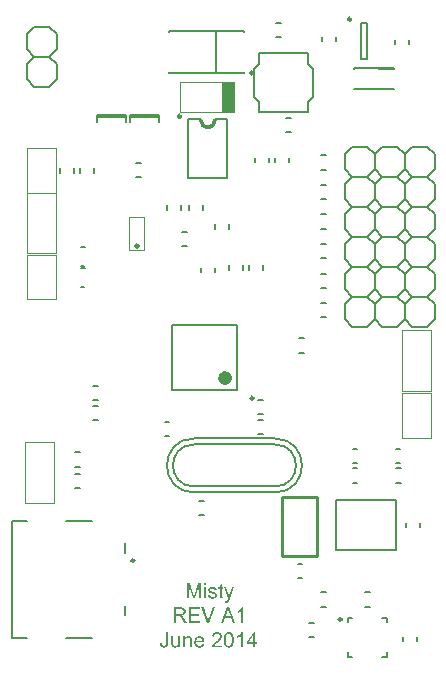
<source format=gto>
%FSLAX25Y25*%
%MOIN*%
G70*
G01*
G75*
G04 Layer_Color=65535*
%ADD10R,0.05118X0.02165*%
%ADD11R,0.00984X0.02756*%
%ADD12R,0.02756X0.00984*%
%ADD13R,0.02756X0.01000*%
%ADD14R,0.01000X0.02756*%
%ADD15O,0.01102X0.05906*%
%ADD16O,0.05906X0.01102*%
%ADD17R,0.04331X0.02559*%
%ADD18O,0.08661X0.02362*%
%ADD19C,0.03937*%
%ADD20R,0.05118X0.05906*%
%ADD21R,0.05906X0.05118*%
%ADD22R,0.16535X0.05512*%
%ADD23R,0.09843X0.07874*%
%ADD24R,0.09055X0.01969*%
%ADD25R,0.05512X0.03543*%
%ADD26R,0.05118X0.06299*%
%ADD27R,0.07874X0.07874*%
%ADD28R,0.10630X0.06299*%
%ADD29R,0.07874X0.04724*%
%ADD30R,0.10236X0.08661*%
%ADD31C,0.00800*%
%ADD32C,0.01200*%
%ADD33C,0.01181*%
%ADD34C,0.01969*%
%ADD35C,0.01000*%
%ADD36C,0.00787*%
%ADD37C,0.02000*%
%ADD38O,0.06000X0.10000*%
G04:AMPARAMS|DCode=39|XSize=100mil|YSize=60mil|CornerRadius=0mil|HoleSize=0mil|Usage=FLASHONLY|Rotation=270.000|XOffset=0mil|YOffset=0mil|HoleType=Round|Shape=Octagon|*
%AMOCTAGOND39*
4,1,8,-0.01500,-0.05000,0.01500,-0.05000,0.03000,-0.03500,0.03000,0.03500,0.01500,0.05000,-0.01500,0.05000,-0.03000,0.03500,-0.03000,-0.03500,-0.01500,-0.05000,0.0*
%
%ADD39OCTAGOND39*%

G04:AMPARAMS|DCode=40|XSize=80mil|YSize=60mil|CornerRadius=0mil|HoleSize=0mil|Usage=FLASHONLY|Rotation=0.000|XOffset=0mil|YOffset=0mil|HoleType=Round|Shape=Octagon|*
%AMOCTAGOND40*
4,1,8,0.04000,-0.01500,0.04000,0.01500,0.02500,0.03000,-0.02500,0.03000,-0.04000,0.01500,-0.04000,-0.01500,-0.02500,-0.03000,0.02500,-0.03000,0.04000,-0.01500,0.0*
%
%ADD40OCTAGOND40*%

G04:AMPARAMS|DCode=41|XSize=31.5mil|YSize=39.37mil|CornerRadius=0mil|HoleSize=0mil|Usage=FLASHONLY|Rotation=90.000|XOffset=0mil|YOffset=0mil|HoleType=Round|Shape=Octagon|*
%AMOCTAGOND41*
4,1,8,-0.01969,-0.00787,-0.01969,0.00787,-0.01181,0.01575,0.01181,0.01575,0.01969,0.00787,0.01969,-0.00787,0.01181,-0.01575,-0.01181,-0.01575,-0.01969,-0.00787,0.0*
%
%ADD41OCTAGOND41*%

G04:AMPARAMS|DCode=42|XSize=35.43mil|YSize=47.24mil|CornerRadius=0mil|HoleSize=0mil|Usage=FLASHONLY|Rotation=90.000|XOffset=0mil|YOffset=0mil|HoleType=Round|Shape=Octagon|*
%AMOCTAGOND42*
4,1,8,-0.02362,-0.00886,-0.02362,0.00886,-0.01476,0.01772,0.01476,0.01772,0.02362,0.00886,0.02362,-0.00886,0.01476,-0.01772,-0.01476,-0.01772,-0.02362,-0.00886,0.0*
%
%ADD42OCTAGOND42*%

G04:AMPARAMS|DCode=43|XSize=80mil|YSize=60mil|CornerRadius=0mil|HoleSize=0mil|Usage=FLASHONLY|Rotation=90.000|XOffset=0mil|YOffset=0mil|HoleType=Round|Shape=Octagon|*
%AMOCTAGOND43*
4,1,8,0.01500,0.04000,-0.01500,0.04000,-0.03000,0.02500,-0.03000,-0.02500,-0.01500,-0.04000,0.01500,-0.04000,0.03000,-0.02500,0.03000,0.02500,0.01500,0.04000,0.0*
%
%ADD43OCTAGOND43*%

%ADD44C,0.02362*%
%ADD45R,0.09449X0.02913*%
%ADD46R,0.05512X0.03150*%
%ADD47R,0.05906X0.05118*%
%ADD48R,0.06890X0.02756*%
%ADD49R,0.05906X0.05906*%
%ADD50R,0.03150X0.05906*%
%ADD51R,0.06102X0.03937*%
%ADD52C,0.00984*%
%ADD53C,0.02362*%
%ADD54C,0.00600*%
%ADD55C,0.00827*%
%ADD56C,0.00394*%
%ADD57R,0.03937X0.10236*%
G36*
X458957Y205844D02*
Y205836D01*
X458950Y205821D01*
X458934Y205790D01*
X458919Y205744D01*
X458904Y205698D01*
X458881Y205644D01*
X458834Y205514D01*
X458773Y205376D01*
X458719Y205245D01*
X458666Y205115D01*
X458635Y205061D01*
X458612Y205015D01*
X458604Y204999D01*
X458581Y204969D01*
X458550Y204915D01*
X458504Y204846D01*
X458443Y204777D01*
X458381Y204700D01*
X458305Y204631D01*
X458228Y204569D01*
X458220Y204561D01*
X458189Y204546D01*
X458143Y204523D01*
X458082Y204500D01*
X458013Y204469D01*
X457921Y204446D01*
X457828Y204431D01*
X457721Y204423D01*
X457690D01*
X457652Y204431D01*
X457606D01*
X457544Y204439D01*
X457475Y204454D01*
X457322Y204500D01*
X457252Y205076D01*
X457260D01*
X457283Y205068D01*
X457322Y205061D01*
X457375Y205045D01*
X457483Y205022D01*
X457606Y205015D01*
X457644D01*
X457675Y205022D01*
X457728D01*
X457836Y205045D01*
X457890Y205061D01*
X457936Y205084D01*
X457943D01*
X457959Y205099D01*
X457982Y205115D01*
X458005Y205137D01*
X458074Y205199D01*
X458143Y205283D01*
Y205291D01*
X458151Y205307D01*
X458166Y205329D01*
X458189Y205376D01*
X458212Y205437D01*
X458243Y205514D01*
X458282Y205621D01*
X458327Y205744D01*
X458335Y205752D01*
X458343Y205783D01*
X458366Y205829D01*
X458389Y205898D01*
X456999Y209561D01*
X457659D01*
X458420Y207457D01*
Y207449D01*
X458427Y207441D01*
X458435Y207418D01*
X458443Y207388D01*
X458473Y207303D01*
X458512Y207196D01*
X458550Y207073D01*
X458596Y206927D01*
X458642Y206773D01*
X458688Y206612D01*
Y206620D01*
X458696Y206627D01*
Y206650D01*
X458711Y206681D01*
X458727Y206766D01*
X458758Y206866D01*
X458796Y206988D01*
X458842Y207127D01*
X458888Y207273D01*
X458942Y207426D01*
X459725Y209561D01*
X460340D01*
X458957Y205844D01*
D02*
G37*
G36*
X450924Y205906D02*
X450302D01*
Y209561D01*
X450924D01*
Y205906D01*
D02*
G37*
G36*
X449303D02*
X448658D01*
Y210129D01*
X447184Y205906D01*
X446585D01*
X445133Y210199D01*
Y205906D01*
X444488D01*
Y210951D01*
X445487D01*
X446685Y207380D01*
Y207372D01*
X446692Y207357D01*
X446700Y207334D01*
X446708Y207296D01*
X446738Y207211D01*
X446777Y207104D01*
X446815Y206981D01*
X446854Y206858D01*
X446892Y206735D01*
X446923Y206635D01*
X446930Y206650D01*
X446938Y206689D01*
X446961Y206750D01*
X446992Y206835D01*
X447023Y206950D01*
X447069Y207088D01*
X447130Y207249D01*
X447192Y207441D01*
X448397Y210951D01*
X449303D01*
Y205906D01*
D02*
G37*
G36*
X450924Y210245D02*
X450302D01*
Y210951D01*
X450924D01*
Y210245D01*
D02*
G37*
G36*
X453213Y209638D02*
X453312Y209630D01*
X453435Y209615D01*
X453558Y209592D01*
X453689Y209561D01*
X453812Y209515D01*
X453819D01*
X453827Y209507D01*
X453865Y209492D01*
X453927Y209461D01*
X453996Y209431D01*
X454073Y209377D01*
X454157Y209323D01*
X454234Y209254D01*
X454296Y209177D01*
X454303Y209170D01*
X454319Y209139D01*
X454349Y209093D01*
X454388Y209031D01*
X454418Y208955D01*
X454457Y208855D01*
X454488Y208747D01*
X454518Y208624D01*
X453911Y208540D01*
Y208555D01*
X453904Y208586D01*
X453889Y208640D01*
X453865Y208701D01*
X453835Y208770D01*
X453789Y208839D01*
X453735Y208916D01*
X453666Y208978D01*
X453658Y208985D01*
X453627Y209001D01*
X453581Y209031D01*
X453520Y209062D01*
X453443Y209085D01*
X453343Y209116D01*
X453236Y209131D01*
X453105Y209139D01*
X453036D01*
X452959Y209131D01*
X452867Y209123D01*
X452767Y209100D01*
X452667Y209077D01*
X452568Y209039D01*
X452491Y208993D01*
X452483Y208985D01*
X452460Y208970D01*
X452437Y208939D01*
X452406Y208901D01*
X452368Y208855D01*
X452345Y208793D01*
X452322Y208732D01*
X452314Y208663D01*
Y208655D01*
Y208640D01*
X452322Y208617D01*
Y208586D01*
X452345Y208517D01*
X452383Y208440D01*
X452391Y208432D01*
X452399Y208424D01*
X452445Y208386D01*
X452475Y208355D01*
X452514Y208332D01*
X452568Y208302D01*
X452621Y208279D01*
X452629D01*
X452644Y208271D01*
X452675Y208263D01*
X452729Y208248D01*
X452798Y208225D01*
X452898Y208194D01*
X453021Y208163D01*
X453090Y208140D01*
X453174Y208117D01*
X453182D01*
X453205Y208110D01*
X453236Y208102D01*
X453282Y208087D01*
X453336Y208071D01*
X453397Y208056D01*
X453535Y208017D01*
X453689Y207971D01*
X453842Y207918D01*
X453981Y207872D01*
X454042Y207849D01*
X454096Y207825D01*
X454111Y207818D01*
X454142Y207803D01*
X454188Y207779D01*
X454242Y207749D01*
X454311Y207703D01*
X454380Y207641D01*
X454441Y207580D01*
X454503Y207503D01*
X454511Y207495D01*
X454526Y207465D01*
X454549Y207418D01*
X454580Y207357D01*
X454610Y207280D01*
X454634Y207188D01*
X454649Y207088D01*
X454657Y206973D01*
Y206958D01*
Y206919D01*
X454649Y206858D01*
X454634Y206789D01*
X454610Y206697D01*
X454580Y206597D01*
X454534Y206497D01*
X454472Y206389D01*
X454464Y206374D01*
X454441Y206343D01*
X454395Y206297D01*
X454334Y206236D01*
X454265Y206167D01*
X454173Y206098D01*
X454065Y206028D01*
X453942Y205967D01*
X453927Y205959D01*
X453881Y205944D01*
X453812Y205921D01*
X453720Y205898D01*
X453604Y205867D01*
X453474Y205844D01*
X453328Y205829D01*
X453174Y205821D01*
X453105D01*
X453059Y205829D01*
X452998D01*
X452928Y205836D01*
X452767Y205859D01*
X452591Y205890D01*
X452414Y205944D01*
X452237Y206013D01*
X452161Y206059D01*
X452084Y206113D01*
X452076D01*
X452068Y206128D01*
X452022Y206167D01*
X451961Y206236D01*
X451884Y206336D01*
X451807Y206458D01*
X451730Y206612D01*
X451661Y206789D01*
X451615Y206996D01*
X452230Y207096D01*
Y207088D01*
Y207081D01*
X452237Y207034D01*
X452260Y206965D01*
X452283Y206881D01*
X452322Y206789D01*
X452368Y206697D01*
X452437Y206604D01*
X452514Y206520D01*
X452522Y206512D01*
X452560Y206489D01*
X452614Y206458D01*
X452683Y206428D01*
X452783Y206389D01*
X452890Y206359D01*
X453028Y206336D01*
X453174Y206328D01*
X453243D01*
X453320Y206336D01*
X453412Y206351D01*
X453520Y206366D01*
X453627Y206397D01*
X453727Y206443D01*
X453812Y206497D01*
X453819Y206505D01*
X453842Y206528D01*
X453881Y206566D01*
X453919Y206612D01*
X453950Y206674D01*
X453988Y206750D01*
X454011Y206827D01*
X454019Y206912D01*
Y206919D01*
Y206950D01*
X454011Y206981D01*
X453996Y207034D01*
X453973Y207081D01*
X453942Y207142D01*
X453896Y207196D01*
X453835Y207242D01*
X453827Y207249D01*
X453804Y207257D01*
X453766Y207273D01*
X453704Y207303D01*
X453620Y207326D01*
X453512Y207365D01*
X453443Y207388D01*
X453374Y207403D01*
X453290Y207426D01*
X453197Y207449D01*
X453190D01*
X453167Y207457D01*
X453136Y207465D01*
X453090Y207480D01*
X453028Y207495D01*
X452967Y207511D01*
X452821Y207557D01*
X452667Y207603D01*
X452506Y207649D01*
X452360Y207703D01*
X452299Y207726D01*
X452245Y207749D01*
X452237Y207756D01*
X452199Y207772D01*
X452153Y207803D01*
X452099Y207841D01*
X452030Y207887D01*
X451968Y207948D01*
X451899Y208017D01*
X451846Y208094D01*
X451838Y208102D01*
X451823Y208133D01*
X451807Y208179D01*
X451784Y208240D01*
X451754Y208309D01*
X451738Y208394D01*
X451723Y208486D01*
X451715Y208586D01*
Y208594D01*
Y208624D01*
X451723Y208678D01*
X451730Y208732D01*
X451738Y208801D01*
X451761Y208878D01*
X451784Y208962D01*
X451823Y209039D01*
X451830Y209047D01*
X451846Y209077D01*
X451869Y209116D01*
X451907Y209162D01*
X451945Y209216D01*
X451999Y209269D01*
X452061Y209331D01*
X452130Y209384D01*
X452138Y209392D01*
X452161Y209400D01*
X452191Y209423D01*
X452237Y209446D01*
X452291Y209477D01*
X452360Y209507D01*
X452437Y209538D01*
X452522Y209569D01*
X452537D01*
X452568Y209584D01*
X452614Y209592D01*
X452683Y209607D01*
X452767Y209623D01*
X452852Y209630D01*
X452952Y209646D01*
X453128D01*
X453213Y209638D01*
D02*
G37*
G36*
X456116Y209561D02*
X456738D01*
Y209077D01*
X456116D01*
Y206935D01*
Y206927D01*
Y206896D01*
Y206850D01*
X456123Y206796D01*
X456131Y206681D01*
X456139Y206635D01*
X456146Y206597D01*
X456154Y206581D01*
X456170Y206551D01*
X456200Y206512D01*
X456246Y206474D01*
X456262Y206466D01*
X456300Y206458D01*
X456369Y206443D01*
X456461Y206435D01*
X456538D01*
X456576Y206443D01*
X456623D01*
X456738Y206458D01*
X456822Y205913D01*
X456807D01*
X456776Y205906D01*
X456730Y205898D01*
X456661Y205890D01*
X456592Y205875D01*
X456515Y205867D01*
X456354Y205859D01*
X456300D01*
X456239Y205867D01*
X456162Y205875D01*
X456077Y205883D01*
X455985Y205906D01*
X455901Y205928D01*
X455824Y205959D01*
X455816Y205967D01*
X455793Y205982D01*
X455762Y206005D01*
X455724Y206036D01*
X455678Y206075D01*
X455640Y206121D01*
X455593Y206174D01*
X455563Y206236D01*
Y206243D01*
X455555Y206274D01*
X455540Y206320D01*
X455532Y206397D01*
X455517Y206497D01*
X455509Y206551D01*
X455501Y206620D01*
Y206697D01*
X455494Y206781D01*
Y206873D01*
Y206973D01*
Y209077D01*
X455033D01*
Y209561D01*
X455494D01*
Y210460D01*
X456116Y210836D01*
Y209561D01*
D02*
G37*
G36*
X448897Y202289D02*
X445918D01*
Y200738D01*
X448705D01*
Y200146D01*
X445918D01*
Y198426D01*
X449013D01*
Y197835D01*
X445249D01*
Y202880D01*
X448897D01*
Y202289D01*
D02*
G37*
G36*
X442561Y202873D02*
X442623D01*
X442776Y202865D01*
X442938Y202850D01*
X443107Y202819D01*
X443268Y202788D01*
X443345Y202765D01*
X443414Y202742D01*
X443422D01*
X443429Y202734D01*
X443475Y202719D01*
X443537Y202681D01*
X443613Y202627D01*
X443706Y202566D01*
X443798Y202481D01*
X443890Y202381D01*
X443974Y202258D01*
X443982Y202243D01*
X444005Y202197D01*
X444044Y202128D01*
X444082Y202036D01*
X444120Y201920D01*
X444159Y201790D01*
X444182Y201652D01*
X444190Y201498D01*
Y201490D01*
Y201475D01*
Y201444D01*
X444182Y201406D01*
Y201360D01*
X444174Y201306D01*
X444143Y201183D01*
X444105Y201037D01*
X444044Y200891D01*
X443951Y200738D01*
X443898Y200661D01*
X443836Y200592D01*
X443821Y200576D01*
X443798Y200561D01*
X443775Y200530D01*
X443736Y200507D01*
X443690Y200469D01*
X443637Y200438D01*
X443575Y200400D01*
X443506Y200361D01*
X443422Y200323D01*
X443337Y200285D01*
X443237Y200246D01*
X443137Y200208D01*
X443022Y200177D01*
X442899Y200154D01*
X442769Y200131D01*
X442784Y200123D01*
X442815Y200108D01*
X442861Y200085D01*
X442915Y200054D01*
X443045Y199970D01*
X443114Y199924D01*
X443168Y199878D01*
X443183Y199862D01*
X443222Y199831D01*
X443276Y199770D01*
X443345Y199693D01*
X443429Y199593D01*
X443521Y199478D01*
X443621Y199348D01*
X443721Y199202D01*
X444596Y197835D01*
X443759D01*
X443091Y198879D01*
Y198887D01*
X443076Y198902D01*
X443060Y198925D01*
X443045Y198956D01*
X442991Y199033D01*
X442922Y199133D01*
X442845Y199248D01*
X442761Y199363D01*
X442684Y199470D01*
X442607Y199570D01*
X442600Y199578D01*
X442577Y199609D01*
X442538Y199655D01*
X442500Y199709D01*
X442385Y199816D01*
X442331Y199870D01*
X442270Y199908D01*
X442262Y199916D01*
X442246Y199924D01*
X442216Y199939D01*
X442177Y199962D01*
X442085Y200008D01*
X441970Y200046D01*
X441962D01*
X441947Y200054D01*
X441916D01*
X441878Y200062D01*
X441824Y200069D01*
X441763D01*
X441686Y200077D01*
X440826D01*
Y197835D01*
X440158D01*
Y202880D01*
X442500D01*
X442561Y202873D01*
D02*
G37*
G36*
X460748Y197835D02*
X459995D01*
X459411Y199363D01*
X457292D01*
X456746Y197835D01*
X456040D01*
X457967Y202880D01*
X458697D01*
X460748Y197835D01*
D02*
G37*
G36*
X452054D02*
X451370D01*
X449412Y202880D01*
X450141D01*
X451447Y199217D01*
Y199209D01*
X451455Y199194D01*
X451462Y199171D01*
X451478Y199140D01*
X451501Y199056D01*
X451539Y198948D01*
X451585Y198818D01*
X451631Y198679D01*
X451716Y198388D01*
Y198395D01*
X451724Y198403D01*
X451731Y198426D01*
X451739Y198457D01*
X451762Y198541D01*
X451793Y198649D01*
X451831Y198772D01*
X451877Y198910D01*
X451931Y199063D01*
X451985Y199217D01*
X453352Y202880D01*
X454028D01*
X452054Y197835D01*
D02*
G37*
G36*
X463374D02*
X462752D01*
Y201782D01*
X462744Y201775D01*
X462714Y201744D01*
X462660Y201705D01*
X462591Y201652D01*
X462506Y201583D01*
X462406Y201513D01*
X462291Y201429D01*
X462161Y201352D01*
X462153D01*
X462145Y201344D01*
X462099Y201314D01*
X462030Y201275D01*
X461946Y201229D01*
X461846Y201175D01*
X461738Y201129D01*
X461623Y201076D01*
X461516Y201029D01*
Y201636D01*
X461523D01*
X461539Y201644D01*
X461569Y201659D01*
X461600Y201682D01*
X461646Y201705D01*
X461700Y201728D01*
X461823Y201798D01*
X461961Y201882D01*
X462115Y201982D01*
X462268Y202097D01*
X462414Y202220D01*
X462422Y202228D01*
X462430Y202235D01*
X462476Y202281D01*
X462545Y202350D01*
X462629Y202435D01*
X462721Y202542D01*
X462814Y202658D01*
X462898Y202781D01*
X462967Y202903D01*
X463374D01*
Y197835D01*
D02*
G37*
G36*
X445191Y193299D02*
X445268Y193292D01*
X445361Y193276D01*
X445468Y193253D01*
X445568Y193223D01*
X445675Y193184D01*
X445691Y193176D01*
X445721Y193161D01*
X445767Y193138D01*
X445829Y193100D01*
X445898Y193054D01*
X445967Y193000D01*
X446036Y192938D01*
X446090Y192869D01*
X446098Y192862D01*
X446113Y192839D01*
X446136Y192792D01*
X446167Y192739D01*
X446198Y192677D01*
X446228Y192601D01*
X446259Y192508D01*
X446282Y192416D01*
Y192409D01*
X446290Y192385D01*
X446297Y192339D01*
X446305Y192278D01*
Y192193D01*
X446313Y192086D01*
X446320Y191963D01*
Y191809D01*
Y189567D01*
X445698D01*
Y191786D01*
Y191794D01*
Y191802D01*
Y191848D01*
Y191917D01*
X445691Y192001D01*
X445683Y192086D01*
X445668Y192186D01*
X445645Y192270D01*
X445622Y192347D01*
Y192355D01*
X445606Y192378D01*
X445591Y192416D01*
X445568Y192455D01*
X445529Y192508D01*
X445483Y192554D01*
X445430Y192608D01*
X445368Y192654D01*
X445361Y192662D01*
X445337Y192670D01*
X445299Y192693D01*
X445245Y192716D01*
X445184Y192731D01*
X445107Y192754D01*
X445030Y192762D01*
X444938Y192770D01*
X444869D01*
X444800Y192754D01*
X444700Y192739D01*
X444593Y192708D01*
X444485Y192662D01*
X444362Y192601D01*
X444255Y192516D01*
X444239Y192501D01*
X444208Y192462D01*
X444162Y192401D01*
X444139Y192355D01*
X444116Y192301D01*
X444086Y192240D01*
X444063Y192171D01*
X444039Y192094D01*
X444017Y192009D01*
X443993Y191909D01*
X443986Y191802D01*
X443970Y191687D01*
Y191564D01*
Y189567D01*
X443348D01*
Y193223D01*
X443909D01*
Y192700D01*
X443917Y192708D01*
X443924Y192723D01*
X443947Y192754D01*
X443986Y192792D01*
X444024Y192839D01*
X444078Y192892D01*
X444132Y192946D01*
X444201Y193008D01*
X444285Y193061D01*
X444370Y193115D01*
X444462Y193169D01*
X444569Y193215D01*
X444677Y193253D01*
X444800Y193284D01*
X444930Y193299D01*
X445069Y193307D01*
X445122D01*
X445191Y193299D01*
D02*
G37*
G36*
X467325Y191341D02*
X468009D01*
Y190773D01*
X467325D01*
Y189567D01*
X466703D01*
Y190773D01*
X464514D01*
Y191341D01*
X466818Y194605D01*
X467325D01*
Y191341D01*
D02*
G37*
G36*
X438425Y191172D02*
Y191164D01*
Y191141D01*
Y191111D01*
Y191065D01*
X438418Y191011D01*
Y190949D01*
X438410Y190811D01*
X438387Y190650D01*
X438364Y190489D01*
X438326Y190327D01*
X438272Y190189D01*
X438264Y190174D01*
X438241Y190135D01*
X438203Y190074D01*
X438157Y189997D01*
X438088Y189905D01*
X438003Y189820D01*
X437895Y189736D01*
X437780Y189659D01*
X437765Y189651D01*
X437719Y189628D01*
X437650Y189605D01*
X437558Y189575D01*
X437442Y189536D01*
X437312Y189513D01*
X437158Y189490D01*
X436997Y189482D01*
X436936D01*
X436889Y189490D01*
X436836Y189498D01*
X436767Y189506D01*
X436621Y189529D01*
X436459Y189575D01*
X436290Y189644D01*
X436206Y189682D01*
X436129Y189736D01*
X436052Y189790D01*
X435983Y189859D01*
Y189866D01*
X435968Y189874D01*
X435953Y189897D01*
X435929Y189928D01*
X435899Y189974D01*
X435876Y190020D01*
X435837Y190082D01*
X435807Y190143D01*
X435776Y190220D01*
X435745Y190304D01*
X435714Y190396D01*
X435691Y190504D01*
X435668Y190611D01*
X435653Y190734D01*
X435645Y190857D01*
Y190995D01*
X436244Y191080D01*
Y191072D01*
Y191057D01*
Y191026D01*
X436252Y190988D01*
Y190942D01*
X436260Y190888D01*
X436283Y190765D01*
X436306Y190627D01*
X436344Y190496D01*
X436398Y190381D01*
X436429Y190327D01*
X436459Y190281D01*
X436467Y190273D01*
X436498Y190251D01*
X436536Y190212D01*
X436598Y190181D01*
X436674Y190143D01*
X436767Y190104D01*
X436874Y190082D01*
X436997Y190074D01*
X437043D01*
X437089Y190082D01*
X437143Y190089D01*
X437212Y190104D01*
X437289Y190120D01*
X437358Y190151D01*
X437427Y190189D01*
X437435Y190197D01*
X437458Y190212D01*
X437489Y190235D01*
X437527Y190273D01*
X437573Y190312D01*
X437611Y190366D01*
X437650Y190427D01*
X437680Y190496D01*
Y190504D01*
X437696Y190535D01*
X437704Y190581D01*
X437719Y190650D01*
X437734Y190742D01*
X437742Y190849D01*
X437757Y190980D01*
Y191134D01*
Y194613D01*
X438425D01*
Y191172D01*
D02*
G37*
G36*
X442381Y189567D02*
X441828D01*
Y190097D01*
X441820Y190089D01*
X441805Y190074D01*
X441782Y190043D01*
X441751Y190005D01*
X441705Y189951D01*
X441651Y189905D01*
X441590Y189843D01*
X441521Y189790D01*
X441444Y189736D01*
X441359Y189674D01*
X441259Y189628D01*
X441159Y189582D01*
X441044Y189536D01*
X440929Y189506D01*
X440799Y189490D01*
X440668Y189482D01*
X440614D01*
X440553Y189490D01*
X440468Y189498D01*
X440376Y189513D01*
X440276Y189536D01*
X440169Y189567D01*
X440061Y189605D01*
X440046Y189613D01*
X440015Y189628D01*
X439969Y189651D01*
X439908Y189690D01*
X439839Y189736D01*
X439769Y189790D01*
X439708Y189843D01*
X439647Y189912D01*
X439639Y189920D01*
X439623Y189943D01*
X439601Y189989D01*
X439577Y190043D01*
X439539Y190112D01*
X439508Y190189D01*
X439478Y190273D01*
X439455Y190373D01*
Y190381D01*
X439447Y190412D01*
Y190450D01*
X439439Y190512D01*
X439431Y190596D01*
Y190696D01*
X439424Y190811D01*
Y190949D01*
Y193223D01*
X440046D01*
Y191187D01*
Y191180D01*
Y191164D01*
Y191141D01*
Y191111D01*
Y191026D01*
X440054Y190926D01*
Y190819D01*
X440061Y190711D01*
X440069Y190611D01*
X440077Y190535D01*
Y190527D01*
X440092Y190496D01*
X440107Y190450D01*
X440130Y190396D01*
X440161Y190335D01*
X440207Y190266D01*
X440261Y190204D01*
X440322Y190151D01*
X440330Y190143D01*
X440361Y190128D01*
X440399Y190104D01*
X440453Y190082D01*
X440522Y190058D01*
X440599Y190035D01*
X440691Y190020D01*
X440791Y190012D01*
X440837D01*
X440891Y190020D01*
X440960Y190028D01*
X441037Y190043D01*
X441121Y190074D01*
X441213Y190104D01*
X441305Y190151D01*
X441313Y190158D01*
X441344Y190181D01*
X441390Y190212D01*
X441444Y190258D01*
X441497Y190312D01*
X441559Y190381D01*
X441605Y190458D01*
X441651Y190542D01*
X441659Y190558D01*
X441666Y190588D01*
X441682Y190642D01*
X441705Y190727D01*
X441728Y190826D01*
X441743Y190949D01*
X441751Y191095D01*
X441759Y191256D01*
Y193223D01*
X442381D01*
Y189567D01*
D02*
G37*
G36*
X448886Y193299D02*
X448947Y193292D01*
X449024Y193284D01*
X449101Y193269D01*
X449193Y193246D01*
X449377Y193184D01*
X449477Y193146D01*
X449577Y193092D01*
X449677Y193038D01*
X449777Y192969D01*
X449869Y192892D01*
X449961Y192800D01*
X449968Y192792D01*
X449984Y192777D01*
X450007Y192746D01*
X450038Y192708D01*
X450068Y192654D01*
X450107Y192593D01*
X450153Y192524D01*
X450199Y192439D01*
X450237Y192339D01*
X450283Y192240D01*
X450322Y192124D01*
X450360Y191994D01*
X450383Y191863D01*
X450406Y191717D01*
X450422Y191564D01*
X450429Y191395D01*
Y191387D01*
Y191356D01*
Y191303D01*
X450422Y191234D01*
X447703D01*
Y191226D01*
Y191210D01*
X447711Y191172D01*
Y191134D01*
X447718Y191080D01*
X447726Y191026D01*
X447757Y190888D01*
X447803Y190742D01*
X447857Y190588D01*
X447941Y190435D01*
X448041Y190304D01*
X448056Y190289D01*
X448095Y190258D01*
X448164Y190204D01*
X448248Y190151D01*
X448363Y190089D01*
X448494Y190035D01*
X448640Y190005D01*
X448801Y189989D01*
X448863D01*
X448924Y189997D01*
X449001Y190012D01*
X449093Y190035D01*
X449193Y190066D01*
X449293Y190104D01*
X449385Y190166D01*
X449393Y190174D01*
X449423Y190204D01*
X449469Y190243D01*
X449523Y190312D01*
X449584Y190389D01*
X449646Y190489D01*
X449707Y190611D01*
X449769Y190750D01*
X450406Y190665D01*
Y190657D01*
X450399Y190642D01*
X450391Y190611D01*
X450376Y190573D01*
X450360Y190527D01*
X450337Y190473D01*
X450276Y190343D01*
X450199Y190204D01*
X450107Y190058D01*
X449984Y189912D01*
X449846Y189790D01*
X449838D01*
X449830Y189774D01*
X449807Y189759D01*
X449769Y189744D01*
X449730Y189720D01*
X449684Y189690D01*
X449631Y189667D01*
X449561Y189636D01*
X449415Y189582D01*
X449231Y189529D01*
X449031Y189498D01*
X448801Y189482D01*
X448724D01*
X448671Y189490D01*
X448601Y189498D01*
X448525Y189506D01*
X448440Y189521D01*
X448340Y189544D01*
X448141Y189605D01*
X448033Y189644D01*
X447933Y189690D01*
X447826Y189744D01*
X447726Y189813D01*
X447626Y189890D01*
X447534Y189974D01*
X447526Y189982D01*
X447511Y189997D01*
X447488Y190028D01*
X447465Y190066D01*
X447426Y190112D01*
X447388Y190174D01*
X447342Y190251D01*
X447303Y190335D01*
X447257Y190427D01*
X447211Y190527D01*
X447173Y190642D01*
X447142Y190765D01*
X447112Y190896D01*
X447088Y191042D01*
X447073Y191195D01*
X447065Y191356D01*
Y191364D01*
Y191395D01*
Y191448D01*
X447073Y191510D01*
X447081Y191587D01*
X447088Y191679D01*
X447104Y191779D01*
X447127Y191886D01*
X447181Y192117D01*
X447219Y192232D01*
X447265Y192355D01*
X447319Y192470D01*
X447380Y192585D01*
X447449Y192693D01*
X447534Y192792D01*
X447542Y192800D01*
X447557Y192816D01*
X447580Y192839D01*
X447618Y192877D01*
X447664Y192915D01*
X447726Y192954D01*
X447787Y193000D01*
X447864Y193054D01*
X447949Y193100D01*
X448041Y193146D01*
X448141Y193184D01*
X448256Y193230D01*
X448371Y193261D01*
X448494Y193284D01*
X448625Y193299D01*
X448763Y193307D01*
X448832D01*
X448886Y193299D01*
D02*
G37*
G36*
X458678Y194628D02*
X458770Y194613D01*
X458877Y194597D01*
X459000Y194567D01*
X459123Y194520D01*
X459238Y194467D01*
X459254Y194459D01*
X459292Y194436D01*
X459346Y194398D01*
X459423Y194352D01*
X459499Y194282D01*
X459584Y194198D01*
X459668Y194106D01*
X459745Y193998D01*
X459753Y193983D01*
X459776Y193945D01*
X459814Y193875D01*
X459860Y193791D01*
X459906Y193683D01*
X459960Y193553D01*
X460014Y193407D01*
X460060Y193246D01*
Y193238D01*
X460068Y193223D01*
Y193200D01*
X460075Y193161D01*
X460091Y193123D01*
X460098Y193069D01*
X460106Y193000D01*
X460121Y192931D01*
X460129Y192846D01*
X460137Y192762D01*
X460152Y192662D01*
X460160Y192554D01*
X460168Y192439D01*
Y192324D01*
X460175Y192055D01*
Y192048D01*
Y192017D01*
Y191971D01*
Y191909D01*
X460168Y191832D01*
Y191748D01*
X460160Y191648D01*
X460152Y191541D01*
X460129Y191310D01*
X460098Y191072D01*
X460052Y190834D01*
X460022Y190727D01*
X459991Y190619D01*
Y190611D01*
X459983Y190596D01*
X459975Y190565D01*
X459960Y190527D01*
X459937Y190481D01*
X459914Y190435D01*
X459853Y190312D01*
X459776Y190174D01*
X459684Y190035D01*
X459576Y189897D01*
X459446Y189774D01*
X459438D01*
X459430Y189759D01*
X459407Y189751D01*
X459384Y189728D01*
X459300Y189682D01*
X459200Y189628D01*
X459062Y189575D01*
X458908Y189529D01*
X458731Y189498D01*
X458532Y189482D01*
X458463D01*
X458409Y189490D01*
X458347Y189498D01*
X458278Y189513D01*
X458201Y189529D01*
X458117Y189544D01*
X457933Y189605D01*
X457833Y189651D01*
X457741Y189698D01*
X457641Y189759D01*
X457549Y189828D01*
X457464Y189905D01*
X457380Y189997D01*
X457372Y190005D01*
X457357Y190028D01*
X457334Y190066D01*
X457303Y190120D01*
X457265Y190189D01*
X457226Y190273D01*
X457180Y190373D01*
X457134Y190496D01*
X457088Y190627D01*
X457042Y190780D01*
X457003Y190949D01*
X456965Y191134D01*
X456934Y191341D01*
X456911Y191556D01*
X456896Y191802D01*
X456888Y192055D01*
Y192063D01*
Y192094D01*
Y192140D01*
Y192201D01*
X456896Y192278D01*
Y192362D01*
X456904Y192462D01*
X456911Y192570D01*
X456934Y192800D01*
X456965Y193038D01*
X457003Y193276D01*
X457034Y193384D01*
X457065Y193491D01*
Y193499D01*
X457072Y193515D01*
X457088Y193545D01*
X457103Y193584D01*
X457119Y193630D01*
X457142Y193683D01*
X457203Y193806D01*
X457280Y193945D01*
X457372Y194083D01*
X457479Y194213D01*
X457610Y194336D01*
X457618D01*
X457625Y194352D01*
X457649Y194367D01*
X457679Y194382D01*
X457756Y194428D01*
X457864Y194490D01*
X457994Y194544D01*
X458155Y194590D01*
X458332Y194620D01*
X458532Y194636D01*
X458601D01*
X458678Y194628D01*
D02*
G37*
G36*
X463140Y189567D02*
X462518D01*
Y193515D01*
X462510Y193507D01*
X462479Y193476D01*
X462425Y193438D01*
X462356Y193384D01*
X462272Y193315D01*
X462172Y193246D01*
X462057Y193161D01*
X461926Y193084D01*
X461919D01*
X461911Y193077D01*
X461865Y193046D01*
X461796Y193008D01*
X461711Y192962D01*
X461611Y192908D01*
X461504Y192862D01*
X461389Y192808D01*
X461281Y192762D01*
Y193368D01*
X461289D01*
X461304Y193376D01*
X461335Y193392D01*
X461366Y193415D01*
X461412Y193438D01*
X461465Y193461D01*
X461588Y193530D01*
X461727Y193614D01*
X461880Y193714D01*
X462034Y193829D01*
X462180Y193952D01*
X462187Y193960D01*
X462195Y193968D01*
X462241Y194014D01*
X462310Y194083D01*
X462395Y194167D01*
X462487Y194275D01*
X462579Y194390D01*
X462664Y194513D01*
X462733Y194636D01*
X463140D01*
Y189567D01*
D02*
G37*
G36*
X454761Y194628D02*
X454822Y194620D01*
X454891Y194613D01*
X454968Y194605D01*
X455053Y194582D01*
X455237Y194536D01*
X455429Y194467D01*
X455529Y194421D01*
X455621Y194367D01*
X455705Y194298D01*
X455790Y194229D01*
X455798Y194221D01*
X455805Y194213D01*
X455828Y194190D01*
X455859Y194160D01*
X455890Y194114D01*
X455928Y194067D01*
X456005Y193952D01*
X456082Y193806D01*
X456151Y193637D01*
X456205Y193445D01*
X456212Y193338D01*
X456220Y193230D01*
Y193215D01*
Y193176D01*
X456212Y193115D01*
X456205Y193038D01*
X456189Y192946D01*
X456166Y192846D01*
X456136Y192739D01*
X456089Y192631D01*
X456082Y192616D01*
X456066Y192578D01*
X456036Y192524D01*
X455990Y192447D01*
X455936Y192355D01*
X455867Y192247D01*
X455775Y192140D01*
X455675Y192017D01*
X455659Y192001D01*
X455621Y191955D01*
X455552Y191886D01*
X455506Y191840D01*
X455452Y191786D01*
X455391Y191725D01*
X455314Y191656D01*
X455237Y191587D01*
X455153Y191502D01*
X455060Y191418D01*
X454953Y191326D01*
X454845Y191234D01*
X454722Y191126D01*
X454715Y191118D01*
X454699Y191103D01*
X454669Y191080D01*
X454630Y191049D01*
X454538Y190972D01*
X454423Y190873D01*
X454308Y190765D01*
X454185Y190657D01*
X454085Y190565D01*
X454047Y190527D01*
X454008Y190489D01*
X454001Y190481D01*
X453985Y190458D01*
X453954Y190427D01*
X453916Y190381D01*
X453831Y190281D01*
X453747Y190158D01*
X456228D01*
Y189567D01*
X452887D01*
Y189575D01*
Y189605D01*
Y189651D01*
X452895Y189705D01*
X452902Y189767D01*
X452910Y189836D01*
X452933Y189912D01*
X452956Y189989D01*
Y189997D01*
X452964Y190005D01*
X452979Y190051D01*
X453010Y190112D01*
X453056Y190204D01*
X453110Y190304D01*
X453186Y190419D01*
X453263Y190535D01*
X453363Y190657D01*
Y190665D01*
X453378Y190673D01*
X453417Y190719D01*
X453478Y190788D01*
X453570Y190880D01*
X453686Y190988D01*
X453824Y191118D01*
X453993Y191264D01*
X454177Y191426D01*
X454185Y191433D01*
X454215Y191456D01*
X454254Y191487D01*
X454308Y191541D01*
X454377Y191595D01*
X454454Y191664D01*
X454623Y191809D01*
X454807Y191986D01*
X454991Y192163D01*
X455083Y192247D01*
X455160Y192332D01*
X455229Y192416D01*
X455291Y192493D01*
Y192501D01*
X455306Y192508D01*
X455321Y192531D01*
X455337Y192562D01*
X455383Y192639D01*
X455437Y192739D01*
X455490Y192854D01*
X455537Y192977D01*
X455567Y193115D01*
X455583Y193246D01*
Y193253D01*
Y193261D01*
X455575Y193307D01*
X455567Y193376D01*
X455552Y193461D01*
X455513Y193561D01*
X455467Y193660D01*
X455406Y193768D01*
X455314Y193868D01*
X455298Y193875D01*
X455268Y193906D01*
X455206Y193945D01*
X455129Y193998D01*
X455030Y194044D01*
X454914Y194083D01*
X454776Y194114D01*
X454623Y194121D01*
X454576D01*
X454546Y194114D01*
X454469Y194106D01*
X454369Y194090D01*
X454254Y194052D01*
X454131Y194006D01*
X454016Y193937D01*
X453908Y193845D01*
X453901Y193829D01*
X453870Y193799D01*
X453824Y193737D01*
X453778Y193653D01*
X453724Y193545D01*
X453686Y193422D01*
X453655Y193276D01*
X453640Y193107D01*
X453002Y193176D01*
Y193184D01*
Y193207D01*
X453010Y193246D01*
X453017Y193292D01*
X453033Y193353D01*
X453041Y193422D01*
X453087Y193576D01*
X453148Y193753D01*
X453232Y193929D01*
X453348Y194106D01*
X453409Y194183D01*
X453486Y194259D01*
X453494Y194267D01*
X453509Y194275D01*
X453532Y194298D01*
X453563Y194321D01*
X453609Y194344D01*
X453663Y194382D01*
X453724Y194413D01*
X453793Y194451D01*
X453870Y194482D01*
X453954Y194520D01*
X454054Y194551D01*
X454154Y194574D01*
X454385Y194620D01*
X454507Y194628D01*
X454638Y194636D01*
X454707D01*
X454761Y194628D01*
D02*
G37*
%LPC*%
G36*
X448770Y192800D02*
X448732D01*
X448701Y192792D01*
X448617Y192785D01*
X448517Y192762D01*
X448402Y192731D01*
X448287Y192677D01*
X448164Y192608D01*
X448048Y192508D01*
X448033Y192493D01*
X448002Y192455D01*
X447956Y192393D01*
X447903Y192301D01*
X447849Y192193D01*
X447795Y192063D01*
X447757Y191909D01*
X447734Y191740D01*
X449777D01*
Y191748D01*
Y191763D01*
X449769Y191786D01*
Y191817D01*
X449753Y191902D01*
X449730Y192001D01*
X449700Y192109D01*
X449654Y192224D01*
X449608Y192339D01*
X449538Y192432D01*
Y192439D01*
X449523Y192447D01*
X449485Y192493D01*
X449415Y192547D01*
X449331Y192616D01*
X449216Y192685D01*
X449085Y192746D01*
X448939Y192785D01*
X448855Y192792D01*
X448770Y192800D01*
D02*
G37*
G36*
X466703Y193599D02*
X465121Y191341D01*
X466703D01*
Y193599D01*
D02*
G37*
G36*
X458524Y194121D02*
X458486D01*
X458455Y194114D01*
X458378Y194106D01*
X458278Y194075D01*
X458171Y194029D01*
X458055Y193968D01*
X457940Y193875D01*
X457887Y193814D01*
X457840Y193753D01*
Y193745D01*
X457825Y193729D01*
X457810Y193699D01*
X457794Y193660D01*
X457771Y193607D01*
X457741Y193545D01*
X457710Y193461D01*
X457687Y193368D01*
X457656Y193261D01*
X457625Y193138D01*
X457602Y193000D01*
X457572Y192839D01*
X457556Y192670D01*
X457541Y192485D01*
X457526Y192278D01*
Y192055D01*
Y192040D01*
Y192001D01*
Y191940D01*
X457533Y191856D01*
Y191756D01*
X457541Y191640D01*
X457549Y191510D01*
X457564Y191379D01*
X457595Y191103D01*
X457649Y190826D01*
X457679Y190704D01*
X457718Y190588D01*
X457764Y190481D01*
X457810Y190396D01*
Y190389D01*
X457825Y190381D01*
X457864Y190335D01*
X457925Y190266D01*
X458009Y190197D01*
X458117Y190120D01*
X458240Y190051D01*
X458378Y190005D01*
X458455Y189997D01*
X458532Y189989D01*
X458570D01*
X458601Y189997D01*
X458678Y190012D01*
X458777Y190043D01*
X458893Y190089D01*
X459008Y190158D01*
X459069Y190204D01*
X459131Y190266D01*
X459192Y190327D01*
X459246Y190396D01*
Y190404D01*
X459261Y190419D01*
X459277Y190443D01*
X459292Y190481D01*
X459315Y190527D01*
X459338Y190596D01*
X459361Y190673D01*
X459392Y190757D01*
X459423Y190865D01*
X459446Y190980D01*
X459469Y191118D01*
X459492Y191272D01*
X459515Y191441D01*
X459522Y191625D01*
X459538Y191832D01*
Y192055D01*
Y192071D01*
Y192109D01*
Y192171D01*
X459530Y192255D01*
Y192355D01*
X459522Y192470D01*
X459515Y192593D01*
X459499Y192731D01*
X459469Y193008D01*
X459415Y193276D01*
X459384Y193407D01*
X459346Y193522D01*
X459300Y193622D01*
X459246Y193706D01*
Y193714D01*
X459231Y193722D01*
X459192Y193768D01*
X459131Y193837D01*
X459046Y193914D01*
X458939Y193991D01*
X458816Y194060D01*
X458678Y194106D01*
X458601Y194114D01*
X458524Y194121D01*
D02*
G37*
G36*
X442415Y202320D02*
X440826D01*
Y200653D01*
X442331D01*
X442415Y200661D01*
X442515Y200669D01*
X442630Y200676D01*
X442753Y200692D01*
X442869Y200715D01*
X442968Y200745D01*
X442984Y200753D01*
X443014Y200761D01*
X443060Y200784D01*
X443114Y200815D01*
X443176Y200861D01*
X443245Y200914D01*
X443306Y200976D01*
X443360Y201045D01*
X443368Y201053D01*
X443383Y201083D01*
X443406Y201122D01*
X443429Y201183D01*
X443452Y201245D01*
X443475Y201321D01*
X443491Y201406D01*
X443498Y201498D01*
Y201506D01*
Y201513D01*
Y201559D01*
X443483Y201621D01*
X443468Y201705D01*
X443437Y201798D01*
X443391Y201897D01*
X443322Y201997D01*
X443237Y202089D01*
X443222Y202097D01*
X443191Y202128D01*
X443122Y202166D01*
X443038Y202205D01*
X442922Y202251D01*
X442784Y202281D01*
X442615Y202312D01*
X442415Y202320D01*
D02*
G37*
G36*
X458313Y202358D02*
Y202350D01*
X458305Y202335D01*
Y202312D01*
X458298Y202274D01*
X458282Y202228D01*
X458267Y202174D01*
X458236Y202051D01*
X458198Y201897D01*
X458152Y201736D01*
X458098Y201559D01*
X458037Y201383D01*
X457484Y199908D01*
X459196D01*
X458674Y201298D01*
Y201306D01*
X458666Y201329D01*
X458651Y201360D01*
X458636Y201406D01*
X458612Y201460D01*
X458590Y201521D01*
X458543Y201667D01*
X458482Y201836D01*
X458421Y202013D01*
X458367Y202189D01*
X458313Y202358D01*
D02*
G37*
%LPD*%
D31*
X473933Y243197D02*
G03*
X473933Y257197I0J7000D01*
G01*
Y241197D02*
G03*
X473933Y259197I0J9000D01*
G01*
X446933D02*
G03*
X446933Y241197I0J-9000D01*
G01*
Y257197D02*
G03*
X446933Y243197I0J-7000D01*
G01*
X473933D01*
X446933Y257197D02*
X473933D01*
X446933Y241197D02*
X473933D01*
X446933Y259197D02*
X473933D01*
X391260Y388917D02*
Y393917D01*
X393760Y396417D01*
X398760D02*
X401260Y393917D01*
X393760Y396417D02*
X398760D01*
X391260Y383917D02*
X393760Y386417D01*
X391260Y378917D02*
Y383917D01*
Y378917D02*
X393760Y376417D01*
X398760D01*
X401260Y378917D01*
Y383917D01*
X398760Y386417D02*
X401260Y383917D01*
X391260Y388917D02*
X393760Y386417D01*
X398760D01*
X401260Y388917D01*
Y393917D01*
X499705Y306496D02*
X504705D01*
X507205Y303996D01*
Y298996D02*
Y303996D01*
X504705Y296496D02*
X507205Y298996D01*
Y303996D02*
X509705Y306496D01*
X514705D01*
X517205Y303996D01*
Y298996D02*
Y303996D01*
X514705Y296496D02*
X517205Y298996D01*
X509705Y296496D02*
X514705D01*
X507205Y298996D02*
X509705Y296496D01*
X497205Y298996D02*
Y303996D01*
X499705Y306496D01*
X497205Y298996D02*
X499705Y296496D01*
X504705D01*
X517205Y303996D02*
X519705Y306496D01*
X524705D01*
X527205Y303996D01*
Y298996D02*
Y303996D01*
X524705Y296496D02*
X527205Y298996D01*
X519705Y296496D02*
X524705D01*
X517205Y298996D02*
X519705Y296496D01*
X499705Y316496D02*
X504705D01*
X507205Y313996D01*
Y308996D02*
Y313996D01*
X504705Y306496D02*
X507205Y308996D01*
Y313996D02*
X509705Y316496D01*
X514705D01*
X517205Y313996D01*
Y308996D02*
Y313996D01*
X514705Y306496D02*
X517205Y308996D01*
X509705Y306496D02*
X514705D01*
X507205Y308996D02*
X509705Y306496D01*
X497205Y308996D02*
Y313996D01*
X499705Y316496D01*
X497205Y308996D02*
X499705Y306496D01*
X504705D01*
X517205Y313996D02*
X519705Y316496D01*
X524705D01*
X527205Y313996D01*
Y308996D02*
Y313996D01*
X524705Y306496D02*
X527205Y308996D01*
X519705Y306496D02*
X524705D01*
X517205Y308996D02*
X519705Y306496D01*
X499705Y326496D02*
X504705D01*
X507205Y323996D01*
Y318996D02*
Y323996D01*
X504705Y316496D02*
X507205Y318996D01*
Y323996D02*
X509705Y326496D01*
X514705D01*
X517205Y323996D01*
Y318996D02*
Y323996D01*
X514705Y316496D02*
X517205Y318996D01*
X509705Y316496D02*
X514705D01*
X507205Y318996D02*
X509705Y316496D01*
X497205Y318996D02*
Y323996D01*
X499705Y326496D01*
X497205Y318996D02*
X499705Y316496D01*
X504705D01*
X517205Y323996D02*
X519705Y326496D01*
X524705D01*
X527205Y323996D01*
Y318996D02*
Y323996D01*
X524705Y316496D02*
X527205Y318996D01*
X519705Y316496D02*
X524705D01*
X517205Y318996D02*
X519705Y316496D01*
X499705Y336496D02*
X504705D01*
X507205Y333996D01*
Y328996D02*
Y333996D01*
X504705Y326496D02*
X507205Y328996D01*
Y333996D02*
X509705Y336496D01*
X514705D01*
X517205Y333996D01*
Y328996D02*
Y333996D01*
X514705Y326496D02*
X517205Y328996D01*
X509705Y326496D02*
X514705D01*
X507205Y328996D02*
X509705Y326496D01*
X497205Y328996D02*
Y333996D01*
X499705Y336496D01*
X497205Y328996D02*
X499705Y326496D01*
X504705D01*
X517205Y333996D02*
X519705Y336496D01*
X524705D01*
X527205Y333996D01*
Y328996D02*
Y333996D01*
X524705Y326496D02*
X527205Y328996D01*
X519705Y326496D02*
X524705D01*
X517205Y328996D02*
X519705Y326496D01*
X499705Y346496D02*
X504705D01*
X507205Y343996D01*
Y338996D02*
Y343996D01*
X504705Y336496D02*
X507205Y338996D01*
Y343996D02*
X509705Y346496D01*
X514705D01*
X517205Y343996D01*
Y338996D02*
Y343996D01*
X514705Y336496D02*
X517205Y338996D01*
X509705Y336496D02*
X514705D01*
X507205Y338996D02*
X509705Y336496D01*
X497205Y338996D02*
Y343996D01*
X499705Y346496D01*
X497205Y338996D02*
X499705Y336496D01*
X504705D01*
X517205Y343996D02*
X519705Y346496D01*
X524705D01*
X527205Y343996D01*
Y338996D02*
Y343996D01*
X524705Y336496D02*
X527205Y338996D01*
X519705Y336496D02*
X524705D01*
X517205Y338996D02*
X519705Y336496D01*
X499705Y356496D02*
X504705D01*
X507205Y353996D01*
Y348996D02*
Y353996D01*
X504705Y346496D02*
X507205Y348996D01*
Y353996D02*
X509705Y356496D01*
X514705D01*
X517205Y353996D01*
Y348996D02*
Y353996D01*
X514705Y346496D02*
X517205Y348996D01*
X509705Y346496D02*
X514705D01*
X507205Y348996D02*
X509705Y346496D01*
X497205Y348996D02*
Y353996D01*
X499705Y356496D01*
X497205Y348996D02*
X499705Y346496D01*
X504705D01*
X517205Y353996D02*
X519705Y356496D01*
X524705D01*
X527205Y353996D01*
Y348996D02*
Y353996D01*
X524705Y346496D02*
X527205Y348996D01*
X519705Y346496D02*
X524705D01*
X517205Y348996D02*
X519705Y346496D01*
D33*
X449232Y365209D02*
G03*
X453917Y365209I2342J0D01*
G01*
X428346Y323425D02*
G03*
X428346Y323425I-394J0D01*
G01*
D35*
X476230Y219882D02*
Y239567D01*
Y219882D02*
X488041D01*
Y239567D01*
X476230D02*
X488041D01*
D36*
X498228Y186417D02*
X499705D01*
X498228D02*
Y187894D01*
X509744Y186417D02*
X511221D01*
Y187894D01*
Y197933D02*
Y199409D01*
X509744D02*
X511221D01*
X498228D02*
X499705D01*
X498228Y197933D02*
Y199409D01*
X439567Y297047D02*
X461221D01*
X439567Y275394D02*
X461221D01*
X439567D02*
Y297047D01*
X461221Y275394D02*
Y297047D01*
X504528Y385630D02*
Y397835D01*
X502559Y385630D02*
Y397835D01*
Y385630D02*
X504528D01*
X502559Y397835D02*
X504528D01*
X453917Y365551D02*
X458075D01*
X448032Y345866D02*
X455118D01*
X448622Y238386D02*
X450197D01*
X448622Y233661D02*
X450197D01*
X489370Y329134D02*
X490945D01*
X489370Y333858D02*
X490945D01*
X489370Y319291D02*
X490945D01*
X489370Y324016D02*
X490945D01*
X489370Y309449D02*
X490945D01*
X489370Y314173D02*
X490945D01*
X489370Y299606D02*
X490945D01*
X489370Y304331D02*
X490945D01*
X489370Y338976D02*
X490945D01*
X489370Y343701D02*
X490945D01*
X489370Y348819D02*
X490945D01*
X489370Y353543D02*
X490945D01*
X407283Y249803D02*
X408858D01*
X407283Y254528D02*
X408858D01*
X407283Y242520D02*
X408858D01*
X407283Y247244D02*
X408858D01*
X442913Y323228D02*
X444488D01*
X442913Y327953D02*
X444488D01*
X471850Y351181D02*
Y352756D01*
X467126Y351181D02*
Y352756D01*
X474016Y351181D02*
Y352756D01*
X478740Y351181D02*
Y352756D01*
X413386Y276772D02*
X414961D01*
X413386Y272047D02*
X414961D01*
X413386Y265354D02*
X414961D01*
X413386Y270079D02*
X414961D01*
X409055Y347638D02*
Y349213D01*
X413779Y347638D02*
Y349213D01*
X402362Y347638D02*
Y349213D01*
X407087Y347638D02*
Y349213D01*
X468504Y367913D02*
X476772D01*
X468504D02*
Y371457D01*
X466929Y373031D02*
X468504Y371457D01*
X466929Y373031D02*
Y377756D01*
Y382480D01*
X468504Y384055D01*
X468504D02*
Y387598D01*
X476772D01*
X485039D01*
Y384055D02*
Y387598D01*
X485039Y384055D02*
X486614Y382480D01*
Y377756D02*
Y382480D01*
Y373031D02*
Y377756D01*
X485039Y371457D02*
X486614Y373031D01*
X485039Y367913D02*
Y371457D01*
X476772Y367913D02*
X485039D01*
X386221Y192717D02*
Y231693D01*
Y192717D02*
X391339D01*
X404331D02*
X412992D01*
X404331Y231693D02*
X412992D01*
X386221D02*
X391339D01*
X424016Y200197D02*
Y203347D01*
Y221063D02*
Y224213D01*
X409350Y315945D02*
X410532D01*
X409252Y309547D02*
X410433D01*
X409350Y323031D02*
X410532D01*
X409252Y316634D02*
X410433D01*
X503937Y207874D02*
X505512D01*
X503937Y203150D02*
X505512D01*
X516535Y191535D02*
Y193110D01*
X521260Y191535D02*
Y193110D01*
X522441Y229528D02*
Y231102D01*
X517717Y229528D02*
Y231102D01*
X481496Y212598D02*
X483071D01*
X481496Y217323D02*
X483071D01*
X489370Y207874D02*
X490945D01*
X489370Y203150D02*
X490945D01*
X485236Y197638D02*
X486811D01*
X485236Y192913D02*
X486811D01*
X499803Y255709D02*
X501378D01*
X499803Y250984D02*
X501378D01*
X499803Y249213D02*
X501378D01*
X499803Y244488D02*
X501378D01*
X514370D02*
X515945D01*
X514370Y249213D02*
X515945D01*
X514173Y250984D02*
X515748D01*
X514173Y255709D02*
X515748D01*
X458661Y329134D02*
Y330709D01*
X453937Y329134D02*
Y330709D01*
X445276Y335433D02*
Y337008D01*
X450000Y335433D02*
Y337008D01*
X437795Y335433D02*
Y337008D01*
X442520Y335433D02*
Y337008D01*
X437205Y264567D02*
X438779D01*
X437205Y259842D02*
X438779D01*
X481890Y287795D02*
X483465D01*
X481890Y292520D02*
X483465D01*
X468307Y267323D02*
X469882D01*
X468307Y272047D02*
X469882D01*
X453937Y314567D02*
Y316142D01*
X449213Y314567D02*
Y316142D01*
X427756Y350984D02*
X429331D01*
X427756Y346260D02*
X429331D01*
X425591Y366378D02*
X435433D01*
X425591Y367126D02*
X435433D01*
X425591Y364764D02*
Y367126D01*
X435433Y364764D02*
Y367126D01*
X414567Y366378D02*
X424409D01*
X414567Y367126D02*
X424409D01*
X414567Y364764D02*
Y367126D01*
X424409Y364764D02*
Y367126D01*
X513976Y390551D02*
Y392126D01*
X518701Y390551D02*
Y392126D01*
X489567Y391535D02*
Y393110D01*
X494291Y391535D02*
Y393110D01*
X508661Y382480D02*
X513779D01*
X500394D02*
Y382677D01*
X508661Y375787D02*
X513779D01*
X500394Y375590D02*
Y375787D01*
Y382677D02*
X513779D01*
X500394Y375590D02*
X513779D01*
X463583Y394685D02*
Y394882D01*
Y381102D02*
Y381299D01*
X454331Y381102D02*
Y394882D01*
X438779Y394685D02*
Y394882D01*
Y381102D02*
Y381299D01*
Y381102D02*
X463583D01*
X438779Y394882D02*
X463583D01*
X474409Y397835D02*
X475984D01*
X474409Y393110D02*
X475984D01*
X463386Y315354D02*
Y316929D01*
X458661Y315354D02*
Y316929D01*
X468307Y260630D02*
X469882D01*
X468307Y265354D02*
X469882D01*
X470079Y315354D02*
Y316929D01*
X465354Y315354D02*
Y316929D01*
X477756Y365945D02*
X479331D01*
X477756Y361221D02*
X479331D01*
D52*
X496161Y198819D02*
G03*
X496161Y198819I-492J0D01*
G01*
X466831Y272638D02*
G03*
X466831Y272638I-492J0D01*
G01*
X499311Y398917D02*
G03*
X499311Y398917I-492J0D01*
G01*
X442618Y366555D02*
G03*
X442618Y366555I-492J0D01*
G01*
X427067Y218504D02*
G03*
X427067Y218504I-492J0D01*
G01*
X466634Y381102D02*
G03*
X466634Y381102I-492J0D01*
G01*
D53*
X458465Y279331D02*
G03*
X458465Y279331I-1181J0D01*
G01*
D54*
X513131Y222115D02*
X514431D01*
Y237115D02*
Y238515D01*
X494231D02*
X495531D01*
X494231Y222115D02*
X495531D01*
X514431D02*
Y223515D01*
X513131Y238515D02*
X514431D01*
X494231Y237115D02*
Y238515D01*
Y222115D02*
Y223515D01*
Y238515D02*
X499231D01*
X494231Y222115D02*
Y233515D01*
Y222115D02*
X514431D01*
Y238515D01*
X499231D02*
X514431D01*
X494231Y233515D02*
Y238515D01*
D55*
X445075Y345866D02*
X448032D01*
X445075D02*
Y365551D01*
X449232D01*
X458075Y345866D02*
Y365551D01*
X455118Y345866D02*
X458075D01*
D56*
X468504Y371457D02*
X468504D01*
Y367913D02*
Y370276D01*
Y385236D02*
Y387598D01*
X468504Y384055D02*
X468504D01*
X485039D02*
X485039D01*
X485039Y385236D02*
Y387598D01*
Y367913D02*
Y370276D01*
Y371457D02*
X485039D01*
X391339Y320886D02*
Y326122D01*
Y320886D02*
X400787D01*
Y341083D01*
Y333602D02*
Y341083D01*
X396063D02*
X400787D01*
Y326122D02*
Y333602D01*
X391339Y326122D02*
Y333602D01*
Y341083D02*
X396063D01*
X391339Y333602D02*
Y341083D01*
X400787Y305512D02*
Y312992D01*
X396063Y305512D02*
X400787D01*
X396063Y320472D02*
X400787D01*
Y312992D02*
Y320472D01*
X391339Y312992D02*
Y320472D01*
X396063D01*
X391339Y305512D02*
X396063D01*
X391339D02*
Y312992D01*
X390748Y237815D02*
Y243051D01*
Y237815D02*
X400197D01*
Y258012D01*
Y250532D02*
Y258012D01*
X395472D02*
X400197D01*
Y243051D02*
Y250532D01*
X390748Y243051D02*
Y250532D01*
Y258012D02*
X395472D01*
X390748Y250532D02*
Y258012D01*
X516339Y266929D02*
Y274410D01*
X521063D01*
X516339Y259449D02*
X521063D01*
X516339D02*
Y266929D01*
X525787Y259449D02*
Y266929D01*
X521063Y259449D02*
X525787D01*
X521063Y274410D02*
X525787D01*
Y266929D02*
Y274410D01*
Y290020D02*
Y295256D01*
X516339D02*
X525787D01*
X516339Y275059D02*
Y295256D01*
Y275059D02*
Y282539D01*
Y275059D02*
X521063D01*
X516339Y282539D02*
Y290020D01*
X525787Y282539D02*
Y290020D01*
X521063Y275059D02*
X525787D01*
Y282539D01*
X391339Y348622D02*
Y356102D01*
X396063D01*
X391339Y341142D02*
X396063D01*
X391339D02*
Y348622D01*
X400787Y341142D02*
Y348622D01*
X396063Y341142D02*
X400787D01*
X396063Y356102D02*
X400787D01*
Y348622D02*
Y356102D01*
X425197Y321850D02*
Y327362D01*
Y321850D02*
X430315D01*
Y327362D01*
Y332874D01*
X425197D02*
X430315D01*
X425197Y327362D02*
Y332874D01*
X460236Y373031D02*
Y378150D01*
X442126Y373031D02*
Y378150D01*
X460236D01*
X442126Y367913D02*
X460236D01*
X442126D02*
Y373031D01*
X460236Y367913D02*
Y373031D01*
D57*
X458268Y373031D02*
D03*
M02*

</source>
